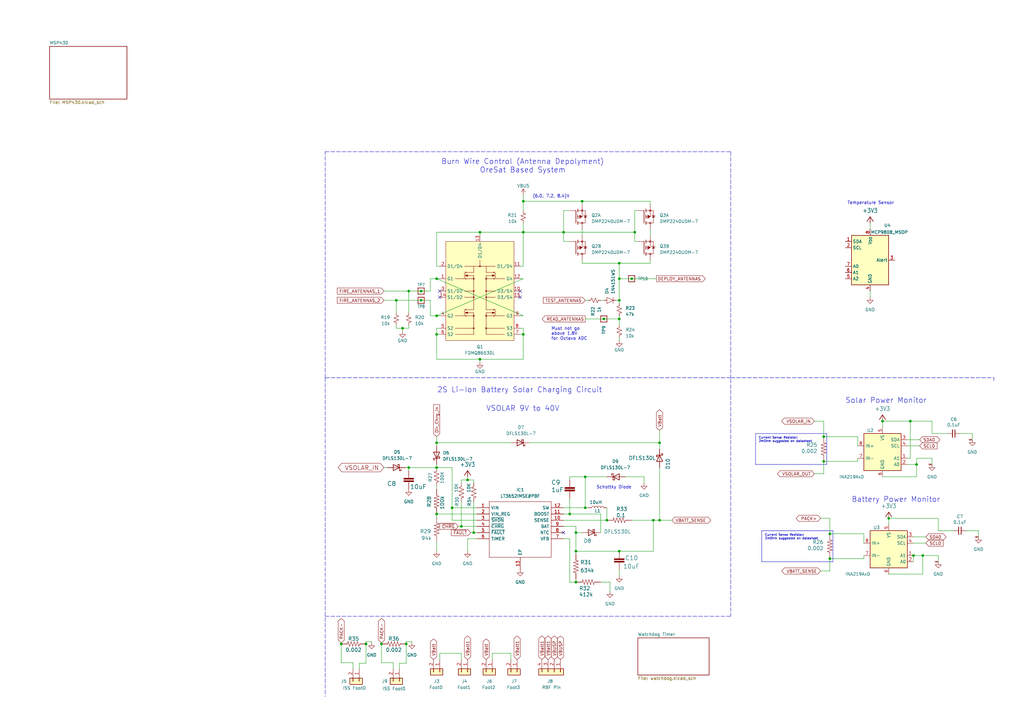
<source format=kicad_sch>
(kicad_sch (version 20250114) (generator "eeschema") (generator_version "9.0")
  (paper "A3")
  (text "2S Li-Ion Battery Solar Charging Circuit" (at 179.324 161.29 0) (effects (font (size 2.159 2.159)) (justify left bottom)))
  (text "Current Sense Resistor:\n2mOhm suggested on datasheet\n" (at 311.15 181.61 0) (effects (font (size 0.889 0.889)) (justify left bottom)))
  (text "Current Sense Resistor:\n2mOhm suggested on datasheet\n" (at 313.69 221.488 0) (effects (font (size 0.889 0.889)) (justify left bottom)))
  (text "Must not go \nabove 1.8V \nfor Octavo ADC" (at 226.06 139.7 0) (effects (font (size 1.27 1.27)) (justify left bottom)))
  (text "Battery Power Monitor" (at 349.25 206.248 0) (effects (font (size 2.159 2.159)) (justify left bottom)))
  (text "Schottky Diode\n" (at 259.08 200.66 0) (effects (font (size 1.27 1.27)) (justify right bottom)))
  (text "VSOLAR 9V to 40V" (at 199.39 168.91 0) (effects (font (size 2.159 2.159)) (justify left bottom)))
  (text "Solar Power Monitor" (at 346.71 165.608 0) (effects (font (size 2.159 2.159)) (justify left bottom)))
  (text "Burn Wire Control (Antenna Depolyment)\nOreSat Based System" (at 214.376 71.12 0) (effects (font (size 2.159 2.159)) (justify bottom)))
  (text "(6.0, 7.2, 8.4)V" (at 218.44 81.28 0) (effects (font (size 1.27 1.27)) (justify left bottom)))
  (text "Temperature Sensor\n" (at 357.124 83.312 0) (effects (font (size 1.27 1.27))))
  (junction (at 167.64 191.77))
  (junction (at 378.46 227.838))
  (junction (at 191.77 196.85))
  (junction (at 236.22 218.44))
  (junction (at 179.07 129.54))
  (junction (at 254 107.95))
  (junction (at 340.36 218.948))
  (junction (at 240.03 208.28))
  (junction (at 375.92 190.5))
  (junction (at 364.49 212.598))
  (junction (at 196.85 147.32))
  (junction (at 172.72 123.19))
  (junction (at 236.22 226.06))
  (junction (at 179.07 114.3))
  (junction (at 373.38 172.72))
  (junction (at 337.82 189.23))
  (junction (at 166.624 264.1092))
  (junction (at 214.63 82.55))
  (junction (at 260.35 95.25))
  (junction (at 374.65 227.838))
  (junction (at 254 123.19))
  (junction (at 185.42 208.28))
  (junction (at 247.65 130.81))
  (junction (at 196.85 95.25))
  (junction (at 189.23 215.9))
  (junction (at 267.97 213.36))
  (junction (at 156.464 264.1092))
  (junction (at 254 130.81))
  (junction (at 165.1 134.62))
  (junction (at 248.92 213.36))
  (junction (at 179.07 181.61))
  (junction (at 254 114.3))
  (junction (at 238.76 82.55))
  (junction (at 236.22 238.76))
  (junction (at 172.72 119.38))
  (junction (at 179.07 210.82))
  (junction (at 231.14 95.25))
  (junction (at 162.56 123.19))
  (junction (at 340.36 229.108))
  (junction (at 139.954 264.1092))
  (junction (at 179.07 191.77))
  (junction (at 270.51 213.36))
  (junction (at 240.03 195.58))
  (junction (at 214.63 95.25))
  (junction (at 214.63 137.16))
  (junction (at 194.31 218.44))
  (junction (at 233.68 210.82))
  (junction (at 167.64 119.38))
  (junction (at 361.95 172.72))
  (junction (at 150.114 264.1092))
  (junction (at 259.08 114.3))
  (junction (at 179.07 137.16))
  (junction (at 254 226.06))
  (junction (at 270.51 181.61))
  (junction (at 337.82 179.07))
  (no_connect (at 213.36 121.92))
  (no_connect (at 231.14 218.44))
  (no_connect (at 180.34 119.38))
  (no_connect (at 180.34 121.92))
  (no_connect (at 213.36 119.38))
  (wire (pts (xy 248.92 208.28) (xy 248.92 213.36)))
  (polyline (pts (xy 312.42 217.678) (xy 341.63 217.678)))
  (wire (pts (xy 334.01 172.72) (xy 337.82 172.72)))
  (wire (pts (xy 213.36 134.62) (xy 214.63 134.62)))
  (wire (pts (xy 270.51 181.61) (xy 270.51 184.15)))
  (wire (pts (xy 236.22 218.44) (xy 236.22 226.06)))
  (wire (pts (xy 378.46 227.838) (xy 384.81 227.838)))
  (wire (pts (xy 176.53 129.54) (xy 179.07 129.54)))
  (wire (pts (xy 196.85 148.59) (xy 196.85 147.32)))
  (wire (pts (xy 172.72 123.19) (xy 176.53 123.19)))
  (wire (pts (xy 162.56 123.19) (xy 162.56 128.27)))
  (wire (pts (xy 266.7 107.95) (xy 254 107.95)))
  (wire (pts (xy 157.48 123.19) (xy 162.56 123.19)))
  (wire (pts (xy 254 123.19) (xy 254 124.46)))
  (wire (pts (xy 240.03 123.19) (xy 241.3 123.19)))
  (wire (pts (xy 254 139.7) (xy 254 138.43)))
  (wire (pts (xy 240.03 130.81) (xy 247.65 130.81)))
  (wire (pts (xy 361.95 172.72) (xy 373.38 172.72)))
  (wire (pts (xy 194.31 198.12) (xy 194.31 196.85)))
  (wire (pts (xy 196.85 147.32) (xy 179.07 147.32)))
  (wire (pts (xy 167.64 134.62) (xy 167.64 133.35)))
  (polyline (pts (xy 299.72 154.94) (xy 133.35 154.94)) (stroke (width 0) (type dash)))
  (wire (pts (xy 179.07 129.54) (xy 214.63 114.3)))
  (wire (pts (xy 246.38 123.19) (xy 247.65 123.19)))
  (wire (pts (xy 364.49 212.598) (xy 384.81 212.598)))
  (wire (pts (xy 250.19 238.76) (xy 250.19 242.57)))
  (wire (pts (xy 179.07 181.61) (xy 179.07 182.88)))
  (wire (pts (xy 150.114 263.144) (xy 150.114 264.1092)))
  (wire (pts (xy 167.64 119.38) (xy 167.64 128.27)))
  (wire (pts (xy 337.82 189.23) (xy 351.79 189.23)))
  (wire (pts (xy 401.32 217.678) (xy 396.24 217.678)))
  (wire (pts (xy 194.31 218.44) (xy 195.58 218.44)))
  (polyline (pts (xy 133.35 154.94) (xy 133.35 62.23)) (stroke (width 0) (type dash)))
  (wire (pts (xy 185.42 213.36) (xy 195.58 213.36)))
  (wire (pts (xy 166.37 191.77) (xy 167.64 191.77)))
  (wire (pts (xy 162.56 123.19) (xy 172.72 123.19)))
  (wire (pts (xy 354.33 218.948) (xy 354.33 222.758)))
  (wire (pts (xy 214.63 129.54) (xy 213.36 129.54)))
  (polyline (pts (xy 309.88 177.8) (xy 339.09 177.8)))
  (wire (pts (xy 246.38 210.82) (xy 233.68 210.82)))
  (wire (pts (xy 236.22 237.49) (xy 236.22 238.76)))
  (wire (pts (xy 351.79 179.07) (xy 351.79 182.88)))
  (wire (pts (xy 364.49 212.598) (xy 364.49 215.138)))
  (wire (pts (xy 165.1 134.62) (xy 167.64 134.62)))
  (wire (pts (xy 254 233.68) (xy 254 236.22)))
  (wire (pts (xy 214.63 114.3) (xy 213.36 114.3)))
  (wire (pts (xy 240.03 208.28) (xy 240.03 195.58)))
  (wire (pts (xy 336.55 212.598) (xy 340.36 212.598)))
  (wire (pts (xy 361.95 172.72) (xy 361.95 175.26)))
  (wire (pts (xy 150.114 272.034) (xy 147.32 272.034)))
  (wire (pts (xy 254 114.3) (xy 254 107.95)))
  (wire (pts (xy 162.56 133.35) (xy 162.56 134.62)))
  (wire (pts (xy 401.32 220.218) (xy 401.32 217.678)))
  (wire (pts (xy 378.46 235.458) (xy 378.46 227.838)))
  (wire (pts (xy 189.23 205.74) (xy 189.23 215.9)))
  (wire (pts (xy 382.27 177.8) (xy 382.27 172.72)))
  (polyline (pts (xy 299.72 155.448) (xy 299.72 252.73)) (stroke (width 0) (type dash)))
  (wire (pts (xy 166.624 264.1092) (xy 166.624 272.034)))
  (wire (pts (xy 179.07 129.54) (xy 180.34 129.54)))
  (wire (pts (xy 374.65 227.838) (xy 374.65 230.378)))
  (wire (pts (xy 267.97 213.36) (xy 270.51 213.36)))
  (wire (pts (xy 340.36 218.948) (xy 354.33 218.948)))
  (wire (pts (xy 179.07 109.22) (xy 179.07 95.25)))
  (wire (pts (xy 240.03 195.58) (xy 248.92 195.58)))
  (wire (pts (xy 191.77 220.98) (xy 191.77 226.06)))
  (wire (pts (xy 166.624 263.144) (xy 168.9354 263.144)))
  (wire (pts (xy 187.96 215.9) (xy 189.23 215.9)))
  (polyline (pts (xy 133.35 62.23) (xy 299.72 62.23)) (stroke (width 0) (type dash)))
  (wire (pts (xy 372.11 190.5) (xy 375.92 190.5)))
  (wire (pts (xy 267.97 226.06) (xy 267.97 213.36)))
  (wire (pts (xy 189.23 215.9) (xy 195.58 215.9)))
  (wire (pts (xy 382.27 177.8) (xy 388.62 177.8)))
  (wire (pts (xy 165.1 135.89) (xy 165.1 134.62)))
  (wire (pts (xy 195.58 220.98) (xy 191.77 220.98)))
  (wire (pts (xy 260.35 95.25) (xy 260.35 86.36)))
  (wire (pts (xy 144.78 274.32) (xy 144.78 271.78)))
  (wire (pts (xy 236.22 215.9) (xy 236.22 218.44)))
  (wire (pts (xy 236.22 226.06) (xy 236.22 227.33)))
  (wire (pts (xy 214.63 95.25) (xy 214.63 109.22)))
  (wire (pts (xy 354.33 229.108) (xy 354.33 227.838)))
  (wire (pts (xy 179.07 137.16) (xy 180.34 137.16)))
  (wire (pts (xy 372.11 182.88) (xy 377.19 182.88)))
  (wire (pts (xy 158.75 191.77) (xy 157.48 191.77)))
  (wire (pts (xy 334.01 194.31) (xy 337.82 194.31)))
  (wire (pts (xy 364.49 235.458) (xy 378.46 235.458)))
  (wire (pts (xy 337.82 179.07) (xy 337.82 172.72)))
  (wire (pts (xy 384.81 230.378) (xy 384.81 227.838)))
  (wire (pts (xy 238.76 107.95) (xy 238.76 106.68)))
  (wire (pts (xy 374.65 220.218) (xy 379.73 220.218)))
  (wire (pts (xy 179.07 114.3) (xy 180.34 114.3)))
  (wire (pts (xy 264.16 195.58) (xy 264.16 198.12)))
  (wire (pts (xy 231.14 208.28) (xy 240.03 208.28)))
  (wire (pts (xy 217.17 181.61) (xy 270.51 181.61)))
  (wire (pts (xy 246.38 238.76) (xy 250.19 238.76)))
  (wire (pts (xy 156.464 263.652) (xy 156.464 264.1092)))
  (wire (pts (xy 259.08 114.3) (xy 254 114.3)))
  (polyline (pts (xy 133.35 154.94) (xy 133.35 285.75)) (stroke (width 0) (type dash)))
  (wire (pts (xy 266.7 93.98) (xy 266.7 96.52)))
  (wire (pts (xy 179.07 190.5) (xy 179.07 191.77)))
  (wire (pts (xy 179.07 210.82) (xy 179.07 212.09)))
  (wire (pts (xy 340.36 218.948) (xy 340.36 212.598)))
  (wire (pts (xy 179.07 95.25) (xy 196.85 95.25)))
  (wire (pts (xy 144.78 271.78) (xy 139.954 271.78)))
  (wire (pts (xy 176.53 123.19) (xy 176.53 129.54)))
  (wire (pts (xy 176.53 114.3) (xy 179.07 114.3)))
  (wire (pts (xy 214.63 147.32) (xy 196.85 147.32)))
  (polyline (pts (xy 299.72 62.23) (xy 299.72 154.94)) (stroke (width 0) (type dash)))
  (wire (pts (xy 194.31 196.85) (xy 191.77 196.85)))
  (wire (pts (xy 196.85 96.52) (xy 196.85 95.25)))
  (wire (pts (xy 167.64 119.38) (xy 172.72 119.38)))
  (wire (pts (xy 375.92 195.58) (xy 375.92 190.5)))
  (wire (pts (xy 179.07 134.62) (xy 179.07 137.16)))
  (wire (pts (xy 214.63 80.01) (xy 214.63 82.55)))
  (wire (pts (xy 185.42 208.28) (xy 195.58 208.28)))
  (wire (pts (xy 236.22 218.44) (xy 238.76 218.44)))
  (wire (pts (xy 150.114 263.144) (xy 152.4254 263.144)))
  (wire (pts (xy 172.72 119.38) (xy 176.53 119.38)))
  (wire (pts (xy 384.81 217.678) (xy 384.81 212.598)))
  (wire (pts (xy 375.92 187.96) (xy 382.27 187.96)))
  (wire (pts (xy 214.63 95.25) (xy 231.14 95.25)))
  (wire (pts (xy 254 129.54) (xy 254 130.81)))
  (wire (pts (xy 176.53 119.38) (xy 176.53 114.3)))
  (wire (pts (xy 189.23 198.12) (xy 189.23 196.85)))
  (wire (pts (xy 162.56 134.62) (xy 165.1 134.62)))
  (polyline (pts (xy 341.63 217.678) (xy 341.63 230.378)))
  (wire (pts (xy 236.22 226.06) (xy 254 226.06)))
  (wire (pts (xy 260.35 99.06) (xy 261.62 99.06)))
  (wire (pts (xy 214.63 91.44) (xy 214.63 95.25)))
  (wire (pts (xy 233.68 238.76) (xy 233.68 220.98)))
  (wire (pts (xy 179.07 114.3) (xy 214.63 129.54)))
  (wire (pts (xy 180.34 134.62) (xy 179.07 134.62)))
  (wire (pts (xy 201.93 270.51) (xy 201.93 267.97)))
  (polyline (pts (xy 133.35 252.73) (xy 299.72 252.73)) (stroke (width 0) (type dash)))
  (wire (pts (xy 270.51 213.36) (xy 275.59 213.36)))
  (wire (pts (xy 374.65 227.838) (xy 378.46 227.838)))
  (wire (pts (xy 270.51 176.53) (xy 270.51 181.61)))
  (polyline (pts (xy 312.42 230.378) (xy 312.42 217.678)))
  (wire (pts (xy 336.55 234.188) (xy 340.36 234.188)))
  (wire (pts (xy 256.54 195.58) (xy 264.16 195.58)))
  (wire (pts (xy 179.07 191.77) (xy 185.42 191.77)))
  (wire (pts (xy 179.07 222.25) (xy 179.07 226.06)))
  (wire (pts (xy 179.07 181.61) (xy 209.55 181.61)))
  (wire (pts (xy 240.03 208.28) (xy 241.3 208.28)))
  (wire (pts (xy 252.73 123.19) (xy 254 123.19)))
  (wire (pts (xy 193.04 218.44) (xy 194.31 218.44)))
  (wire (pts (xy 196.85 95.25) (xy 214.63 95.25)))
  (wire (pts (xy 185.42 191.77) (xy 185.42 208.28)))
  (wire (pts (xy 166.624 263.144) (xy 166.624 264.1092)))
  (wire (pts (xy 147.32 274.32) (xy 147.32 272.034)))
  (wire (pts (xy 180.34 270.51) (xy 180.34 267.97)))
  (wire (pts (xy 233.68 195.58) (xy 233.68 196.85)))
  (wire (pts (xy 231.14 99.06) (xy 233.68 99.06)))
  (wire (pts (xy 180.34 267.97) (xy 189.23 267.97)))
  (wire (pts (xy 247.65 130.81) (xy 254 130.81)))
  (wire (pts (xy 337.82 189.23) (xy 337.82 194.31)))
  (wire (pts (xy 231.14 86.36) (xy 233.68 86.36)))
  (wire (pts (xy 254 226.06) (xy 267.97 226.06)))
  (wire (pts (xy 163.83 274.32) (xy 163.83 272.034)))
  (wire (pts (xy 180.34 109.22) (xy 179.07 109.22)))
  (wire (pts (xy 191.77 196.85) (xy 189.23 196.85)))
  (wire (pts (xy 209.55 267.97) (xy 209.55 270.51)))
  (wire (pts (xy 238.76 82.55) (xy 266.7 82.55)))
  (wire (pts (xy 384.81 217.678) (xy 391.16 217.678)))
  (polyline (pts (xy 407.67 154.94) (xy 407.67 156.21)))
  (wire (pts (xy 161.29 271.78) (xy 156.464 271.78)))
  (wire (pts (xy 373.38 187.96) (xy 373.38 172.72)))
  (wire (pts (xy 373.38 172.72) (xy 382.27 172.72)))
  (wire (pts (xy 231.14 95.25) (xy 231.14 99.06)))
  (wire (pts (xy 214.63 82.55) (xy 214.63 86.36)))
  (wire (pts (xy 372.11 180.34) (xy 377.19 180.34)))
  (wire (pts (xy 214.63 134.62) (xy 214.63 137.16)))
  (wire (pts (xy 398.78 177.8) (xy 393.7 177.8)))
  (wire (pts (xy 233.68 220.98) (xy 231.14 220.98)))
  (wire (pts (xy 267.97 213.36) (xy 259.08 213.36)))
  (wire (pts (xy 233.68 210.82) (xy 231.14 210.82)))
  (wire (pts (xy 260.35 95.25) (xy 260.35 99.06)))
  (wire (pts (xy 270.51 191.77) (xy 270.51 213.36)))
  (wire (pts (xy 356.87 91.44) (xy 356.87 93.98)))
  (wire (pts (xy 167.64 191.77) (xy 179.07 191.77)))
  (wire (pts (xy 185.42 208.28) (xy 185.42 213.36)))
  (wire (pts (xy 231.14 213.36) (xy 248.92 213.36)))
  (wire (pts (xy 382.27 190.5) (xy 382.27 187.96)))
  (wire (pts (xy 236.22 238.76) (xy 233.68 238.76)))
  (wire (pts (xy 157.48 119.38) (xy 167.64 119.38)))
  (wire (pts (xy 214.63 109.22) (xy 213.36 109.22)))
  (wire (pts (xy 168.9354 263.5758) (xy 168.9354 263.144)))
  (wire (pts (xy 139.954 263.652) (xy 139.954 264.1092)))
  (wire (pts (xy 254 107.95) (xy 238.76 107.95)))
  (wire (pts (xy 231.14 215.9) (xy 236.22 215.9)))
  (polyline (pts (xy 339.09 190.5) (xy 309.88 190.5)))
  (wire (pts (xy 201.93 267.97) (xy 209.55 267.97)))
  (wire (pts (xy 179.07 147.32) (xy 179.07 137.16)))
  (wire (pts (xy 194.31 205.74) (xy 194.31 218.44)))
  (wire (pts (xy 260.35 86.36) (xy 261.62 86.36)))
  (wire (pts (xy 254 130.81) (xy 254 133.35)))
  (wire (pts (xy 156.464 264.1092) (xy 156.464 271.78)))
  (wire (pts (xy 167.64 193.04) (xy 167.64 191.77)))
  (wire (pts (xy 351.79 189.23) (xy 351.79 187.96)))
  (wire (pts (xy 238.76 82.55) (xy 238.76 83.82)))
  (wire (pts (xy 340.36 229.108) (xy 354.33 229.108)))
  (wire (pts (xy 150.114 264.1092) (xy 150.114 272.034)))
  (wire (pts (xy 259.08 114.3) (xy 269.24 114.3)))
  (wire (pts (xy 254 123.19) (xy 254 114.3)))
  (wire (pts (xy 375.92 190.5) (xy 375.92 187.96)))
  (wire (pts (xy 240.03 195.58) (xy 233.68 195.58)))
  (polyline (pts (xy 299.72 154.94) (xy 407.67 154.94)) (stroke (width 0) (type dash)))
  (wire (pts (xy 337.82 179.07) (xy 351.79 179.07)))
  (wire (pts (xy 189.23 267.97) (xy 189.23 270.51)))
  (wire (pts (xy 246.38 210.82) (xy 246.38 218.44)))
  (wire (pts (xy 266.7 82.55) (xy 266.7 83.82)))
  (wire (pts (xy 266.7 106.68) (xy 266.7 107.95)))
  (wire (pts (xy 238.76 93.98) (xy 238.76 96.52)))
  (wire (pts (xy 166.624 272.034) (xy 163.83 272.034)))
  (wire (pts (xy 139.954 264.1092) (xy 139.954 271.78)))
  (polyline (pts (xy 309.88 190.5) (xy 309.88 177.8)))
  (wire (pts (xy 179.07 179.07) (xy 179.07 181.61)))
  (wire (pts (xy 231.14 95.25) (xy 231.14 86.36)))
  (wire (pts (xy 398.78 180.34) (xy 398.78 177.8)))
  (wire (pts (xy 191.77 195.58) (xy 191.77 196.85)))
  (polyline (pts (xy 341.63 230.378) (xy 312.42 230.378)))
  (polyline (pts (xy 339.09 177.8) (xy 339.09 190.5)))
  (wire (pts (xy 233.68 204.47) (xy 233.68 210.82)))
  (wire (pts (xy 161.29 274.32) (xy 161.29 271.78)))
  (wire (pts (xy 214.63 137.16) (xy 214.63 147.32)))
  (wire (pts (xy 179.07 210.82) (xy 195.58 210.82)))
  (wire (pts (xy 214.63 137.16) (xy 213.36 137.16)))
  (wire (pts (xy 356.87 119.38) (xy 356.87 121.92)))
  (wire (pts (xy 372.11 187.96) (xy 373.38 187.96)))
  (wire (pts (xy 374.65 222.758) (xy 379.73 222.758)))
  (wire (pts (xy 152.4254 263.5758) (xy 152.4254 263.144)))
  (wire (pts (xy 214.63 82.55) (xy 238.76 82.55)))
  (wire (pts (xy 179.07 199.39) (xy 179.07 200.66)))
  (wire (pts (xy 231.14 95.25) (xy 260.35 95.25)))
  (wire (pts (xy 361.95 195.58) (xy 375.92 195.58)))
  (wire (pts (xy 340.36 229.108) (xy 340.36 234.188)))
  (global_label "GND" (shape bidirectional) (at 401.32 220.218 180) (effects (font (size 0.254 0.254))) (property "Intersheetrefs" "${INTERSHEET_REFS}" (effects (hide yes))))
  (global_label "VBatt" (shape bidirectional) (at 270.51 176.53 90) (property "Intersheetrefs" "${INTERSHEET_REFS}" (effects (hide yes))))
  (global_label "SCL0" (shape input) (at 377.19 182.88 0) (property "Intersheetrefs" "${INTERSHEET_REFS}" (effects (hide yes))))
  (global_label "Dir_Chrg_In" (shape input) (at 179.07 179.07 90) (property "Intersheetrefs" "${INTERSHEET_REFS}" (effects (hide yes))))
  (global_label "PACK-" (shape bidirectional) (at 139.954 263.652 90) (property "Intersheetrefs" "${INTERSHEET_REFS}" (effects (hide yes))))
  (global_label "VSOLAR_IN" (shape bidirectional) (at 157.48 191.77 180) (effects (font (size 1.778 1.778))) (property "Intersheetrefs" "${INTERSHEET_REFS}" (effects (hide yes))))
  (global_label "VBATT_SENSE" (shape bidirectional) (at 275.59 213.36 0) (property "Intersheetrefs" "${INTERSHEET_REFS}" (effects (hide yes))))
  (global_label "VBatt1" (shape bidirectional) (at 191.77 270.51 90) (property "Intersheetrefs" "${INTERSHEET_REFS}" (effects (hide yes))))
  (global_label "SCL0" (shape input) (at 379.73 222.758 0) (property "Intersheetrefs" "${INTERSHEET_REFS}" (effects (hide yes))))
  (global_label "GND" (shape bidirectional) (at 384.81 230.378 180) (effects (font (size 0.254 0.254))) (property "Intersheetrefs" "${INTERSHEET_REFS}" (effects (hide yes))))
  (global_label "SDA0" (shape bidirectional) (at 377.19 180.34 0) (property "Intersheetrefs" "${INTERSHEET_REFS}" (effects (hide yes))))
  (global_label "~{FAULT}" (shape input) (at 193.04 218.44 180) (property "Intersheetrefs" "${INTERSHEET_REFS}" (effects (hide yes))))
  (global_label "DEPLOY_ANTENNAS" (shape output) (at 269.24 114.3 0) (property "Intersheetrefs" "${INTERSHEET_REFS}" (effects (hide yes))))
  (global_label "VBUSP" (shape bidirectional) (at 229.87 270.51 90) (property "Intersheetrefs" "${INTERSHEET_REFS}" (effects (hide yes))))
  (global_label "VBatt1" (shape bidirectional) (at 212.09 270.51 90) (property "Intersheetrefs" "${INTERSHEET_REFS}" (effects (hide yes))))
  (global_label "FIRE_ANTENNAS_1" (shape input) (at 157.48 119.38 180) (property "Intersheetrefs" "${INTERSHEET_REFS}" (effects (hide yes))))
  (global_label "VBatt1" (shape bidirectional) (at 222.25 270.51 90) (property "Intersheetrefs" "${INTERSHEET_REFS}" (effects (hide yes))))
  (global_label "VBatt" (shape bidirectional) (at 199.39 270.51 90) (property "Intersheetrefs" "${INTERSHEET_REFS}" (effects (hide yes))))
  (global_label "SDA0" (shape bidirectional) (at 379.73 220.218 0) (property "Intersheetrefs" "${INTERSHEET_REFS}" (effects (hide yes))))
  (global_label "PACK-" (shape bidirectional) (at 156.464 263.652 90) (property "Intersheetrefs" "${INTERSHEET_REFS}" (effects (hide yes))))
  (global_label "VSOLAR_OUT" (shape bidirectional) (at 334.01 194.31 180) (property "Intersheetrefs" "${INTERSHEET_REFS}" (effects (hide yes))))
  (global_label "READ_ANTENNAS" (shape output) (at 240.03 130.81 180) (property "Intersheetrefs" "${INTERSHEET_REFS}" (effects (hide yes))))
  (global_label "VBatt" (shape bidirectional) (at 177.8 270.51 90) (property "Intersheetrefs" "${INTERSHEET_REFS}" (effects (hide yes))))
  (global_label "VBatt1" (shape bidirectional) (at 224.79 270.51 90) (property "Intersheetrefs" "${INTERSHEET_REFS}" (effects (hide yes))))
  (global_label "VBATT_SENSE" (shape bidirectional) (at 336.55 234.188 180) (property "Intersheetrefs" "${INTERSHEET_REFS}" (effects (hide yes))))
  (global_label "PACK+" (shape bidirectional) (at 336.55 212.598 180) (property "Intersheetrefs" "${INTERSHEET_REFS}" (effects (hide yes))))
  (global_label "FIRE_ANTENNAS_2" (shape input) (at 157.48 123.19 180) (property "Intersheetrefs" "${INTERSHEET_REFS}" (effects (hide yes))))
  (global_label "VSOLAR_IN" (shape bidirectional) (at 334.01 172.72 180) (property "Intersheetrefs" "${INTERSHEET_REFS}" (effects (hide yes))))
  (global_label "~{CHRG}" (shape input) (at 187.96 215.9 180) (property "Intersheetrefs" "${INTERSHEET_REFS}" (effects (hide yes))))
  (global_label "GND" (shape bidirectional) (at 382.27 190.5 180) (effects (font (size 0.254 0.254))) (property "Intersheetrefs" "${INTERSHEET_REFS}" (effects (hide yes))))
  (global_label "VBUSP" (shape bidirectional) (at 227.33 270.51 90) (property "Intersheetrefs" "${INTERSHEET_REFS}" (effects (hide yes))))
  (global_label "GND" (shape bidirectional) (at 398.78 180.34 180) (effects (font (size 0.254 0.254))) (property "Intersheetrefs" "${INTERSHEET_REFS}" (effects (hide yes))))
  (global_label "TEST_ANTENNAS" (shape input) (at 240.03 123.19 180) (property "Intersheetrefs" "${INTERSHEET_REFS}" (effects (hide yes))))
  (symbol (lib_id "power:GND") (at 191.77 226.06 0) (unit 1)
    (property "Reference" "#PWR024" (effects (hide yes)))
    (property "Value" "GND" (at 191.77 231.14 0))
  )
  (symbol (lib_id "Connector_Generic:Conn_01x02") (at 147.32 279.4 270) (unit 1)
    (property "Reference" "J5" (at 142.24 279.4 90) (effects (justify right)))
    (property "Value" "ISS Foot0" (at 150.114 282.194 90) (effects (justify right)))
    (property "Footprint" "Battery Board:MOLEX_504050-0291" (effects (hide yes)))
  )
  (symbol (lib_id "power:GND") (at 196.85 148.59 0) (unit 1)
    (property "Reference" "#PWR015" (effects (hide yes)))
    (property "Value" "GND" (at 196.85 152.4 0))
    (property "Description" "Power symbol creates a global label with name \"GND\" , ground" (effects (hide yes)))
  )
  (symbol (lib_id "power:GND") (at 167.64 200.66 0) (unit 1)
    (property "Reference" "#PWR022" (effects (hide yes)))
    (property "Value" "GND" (at 167.64 205.74 0))
  )
  (symbol (lib_id "mainboard:R-US_R0603") (at 179.07 217.17 90) (unit 1)
    (property "Reference" "R29" (at 172.212 217.932 90) (effects (font (size 1.4986 1.4986)) (justify right)))
    (property "Value" "94k" (at 172.72 220.726 90) (effects (font (size 1.4986 1.4986)) (justify right)))
    (property "Footprint" "Resistor_SMD:R_0603_1608Metric" (effects (hide yes)))
    (property "Description" "787K 0603" (effects (hide yes)))
  )
  (symbol (lib_id "power:GND") (at 254 139.7 0) (unit 1)
    (property "Reference" "#PWR017" (effects (hide yes)))
    (property "Value" "GND" (at 254 143.51 0))
    (property "Description" "Power symbol creates a global label with name \"GND\" , ground" (effects (hide yes)))
  )
  (symbol (lib_id "mainboard:10UF-0603-6.3V-20%") (at 167.64 198.12 0) (unit 1)
    (property "Reference" "C8" (at 158.75 199.39 0) (effects (font (size 1.778 1.778)) (justify left bottom)))
    (property "Value" "10uF" (at 168.148 200.66 0) (effects (font (size 1.778 1.778)) (justify left bottom)))
    (property "Footprint" "Capacitor_SMD:C_0603_1608Metric" (effects (hide yes)))
    (property "Description" "10uF +-20% 10V X5R" (effects (hide yes)))
  )
  (symbol (lib_id "Device:R_US") (at 189.23 201.93 0) (mirror y) (unit 1)
    (property "Reference" "R30" (at 187.452 203.708 90) (effects (justify right)))
    (property "Value" "10K" (at 187.198 198.12 90) (effects (justify right)))
    (property "Footprint" "Resistor_SMD:R_0603_1608Metric" (effects (hide yes)))
    (property "Description" "100K 0603" (effects (hide yes)))
  )
  (symbol (lib_id "Device:R_US") (at 179.07 195.58 0) (mirror y) (unit 1)
    (property "Reference" "R27" (at 176.53 193.802 90) (effects (justify right)))
    (property "Value" "100K" (at 181.356 193.294 90) (effects (justify right)))
    (property "Footprint" "Resistor_SMD:R_0603_1608Metric" (effects (hide yes)))
    (property "Description" "200K 0603" (effects (hide yes)))
  )
  (symbol (lib_id "Connector_Generic:Conn_01x04") (at 227.33 275.59 270) (unit 1)
    (property "Reference" "J8" (at 226.822 279.4 90) (effects (justify right)))
    (property "Value" "RBF Pin" (at 230.124 281.94 90) (effects (justify right)))
    (property "Footprint" "Battery Board:MOLEX_504050-0291" (effects (hide yes)))
    (property "Description" "Generic connector, single row, 01x04, script generated (kicad-library-utils/schlib/autogen/connector/)" (effects (hide yes)))
  )
  (symbol (lib_id "power:GND") (at 264.16 198.12 0) (unit 1)
    (property "Reference" "#PWR028" (effects (hide yes)))
    (property "Value" "GND" (at 264.16 203.2 0))
  )
  (symbol (lib_id "Connector_Generic:Conn_01x02") (at 201.93 275.59 270) (unit 1)
    (property "Reference" "J6" (at 201.93 279.4 90) (effects (justify right)))
    (property "Value" "Foot2" (at 203.2 281.94 90) (effects (justify right)))
    (property "Footprint" "Battery Board:MOLEX_504050-0291" (effects (hide yes)))
  )
  (symbol (lib_id "power:GND") (at 384.81 230.378 0) (unit 1)
    (property "Reference" "#PWR019" (effects (hide yes)))
    (property "Value" "GND" (at 384.81 235.458 0))
  )
  (symbol (lib_id "Adafruit ItsyBitsy RP2040-eagle-import:+3V3") (at 364.49 210.058 0) (unit 1)
    (property "Reference" "#+3V02" (effects (hide yes)))
    (property "Value" "+3V3" (at 364.49 207.518 0) (effects (font (size 1.778 1.5113))))
    (property "Footprint" "Adafruit ItsyBitsy RP2040:" (effects (hide yes)))
  )
  (symbol (lib_id "power:GND") (at 401.32 220.218 0) (unit 1)
    (property "Reference" "#PWR021" (effects (hide yes)))
    (property "Value" "GND" (at 401.32 225.298 0))
  )
  (symbol (lib_id "Analog_ADC:INA219AxD") (at 361.95 185.42 0) (unit 1)
    (property "Reference" "U2" (at 355.6 176.53 0) (effects (justify left)))
    (property "Value" "INA219AxD" (at 344.17 195.58 0) (effects (justify left)))
    (property "Footprint" "Package_SO:SOIC-8_3.9x4.9mm_P1.27mm" (effects (hide yes)))
    (property "Datasheet" "http://www.ti.com/lit/ds/symlink/ina219.pdf" (effects (hide yes)))
  )
  (symbol (lib_id "mainboard:10UF-0603-6.3V-20%") (at 233.68 201.93 0) (unit 1)
    (property "Reference" "C9" (at 226.06 198.882 0) (effects (font (size 1.778 1.778)) (justify left bottom)))
    (property "Value" "1uF" (at 226.06 201.93 0) (effects (font (size 1.778 1.778)) (justify left bottom)))
    (property "Footprint" "Capacitor_SMD:C_0603_1608Metric" (effects (hide yes)))
    (property "Description" "10uF +-20% 10V X5R" (effects (hide yes)))
  )
  (symbol (lib_id "Device:R_Small_US") (at 167.64 130.81 0) (mirror y) (unit 1)
    (property "Reference" "R20" (at 170.18 130.175 0) (effects (justify right)))
    (property "Value" "10k" (at 170.18 132.715 0) (effects (justify right)))
    (property "Footprint" "Resistor_SMD:R_0603_1608Metric" (effects (hide yes)))
    (property "Description" "10 kOhms ±1% 0.1W, 1/10W Chip Resistor 0603 (1608 Metric) Automotive AEC-Q200 Thick Film" (effects (hide yes)))
    (property "DPN" "RMCF0603FT10K0CT-ND" (effects (hide yes)))
    (property "DST" "Digi-Key" (effects (hide yes)))
    (property "MFR" "Stackpole Electronics Inc" (effects (hide yes)))
    (property "MPN" "RMCF0603FT10K0" (effects (hide yes)))
  )
  (symbol (lib_id "Adafruit ItsyBitsy RP2040-eagle-import:+3V3") (at 361.95 170.18 0) (unit 1)
    (property "Reference" "#+3V01" (effects (hide yes)))
    (property "Value" "+3V3" (at 361.95 167.64 0) (effects (font (size 1.778 1.5113))))
    (property "Footprint" "Adafruit ItsyBitsy RP2040:" (effects (hide yes)))
  )
  (symbol (lib_id "oresat-diodes:1N4151WS-HE3") (at 250.19 123.19 0) (unit 1)
    (property "Reference" "D4" (at 248.92 120.65 90) (effects (justify left)))
    (property "Value" "1N4151WS" (at 251.46 120.65 90) (effects (justify left)))
    (property "Footprint" "Diode_SMD:D_SOD-323" (effects (hide yes)))
    (property "Datasheet" "https://www.vishay.com/docs/85847/1n4151ws.pdf" (effects (hide yes)))
    (property "Description" "Diode Standard 50V 150mA Surface Mount SOD-323" (effects (hide yes)))
    (property "DPN" "112-1N4151WS-E3-08CT-ND" (effects (hide yes)))
    (property "DST" "Digi-Key" (effects (hide yes)))
    (property "MFR" "Vishay" (effects (hide yes)))
    (property "MPN" "1N4151WS-E3-08" (effects (hide yes)))
  )
  (symbol (lib_id "Device:R_US") (at 194.31 201.93 0) (mirror y) (unit 1)
    (property "Reference" "R34" (at 192.532 203.708 90) (effects (justify right)))
    (property "Value" "10K" (at 192.278 198.12 90) (effects (justify right)))
    (property "Footprint" "Resistor_SMD:R_0603_1608Metric" (effects (hide yes)))
    (property "Description" "100K 0603" (effects (hide yes)))
  )
  (symbol (lib_id "Connector_Generic:Conn_01x02") (at 191.77 275.59 270) (unit 1)
    (property "Reference" "J4" (at 191.77 279.4 90) (effects (justify right)))
    (property "Value" "Foot1" (at 193.04 281.94 90) (effects (justify right)))
    (property "Footprint" "Battery Board:MOLEX_504050-0291" (effects (hide yes)))
  )
  (symbol (lib_id "oresat-transistors:DMP2240UDM-7") (at 236.22 88.9 0) (unit 1)
    (property "Reference" "Q2" (at 242.57 88.265 0) (effects (justify left)))
    (property "Value" "DMP2240UDM-7" (at 242.57 90.805 0) (effects (justify left)))
    (property "Footprint" "Package_TO_SOT_SMD:SOT-23-6" (effects (hide yes)))
    (property "Datasheet" "https://www.diodes.com/assets/Datasheets/ds31197.pdf" (effects (hide yes)))
    (property "Description" "Mosfet Array 2 P-Channel (Dual) 20V 2A 600mW Surface Mount SOT-26" (effects (hide yes)))
    (property "DPN" "DMP2240UDMDICT-ND" (effects (hide yes)))
    (property "DST" "Digi-Key" (effects (hide yes)))
    (property "MFR" "Diodes Inc" (effects (hide yes)))
    (property "MPN" "DMP2240UDM-7" (effects (hide yes)))
  )
  (symbol (lib_id "Connector_Generic:Conn_01x02") (at 163.83 279.4 270) (unit 1)
    (property "Reference" "J9" (at 159.004 279.4 90) (effects (justify right)))
    (property "Value" "ISS Foot0" (at 166.37 282.448 90) (effects (justify right)))
    (property "Footprint" "Battery Board:MOLEX_504050-0291" (effects (hide yes)))
  )
  (symbol (lib_id "mainboard:R-US_R2512") (at 340.36 224.028 90) (unit 1)
    (property "Reference" "R26" (at 337.82 221.488 90) (effects (font (size 1.4986 1.4986)) (justify left bottom)))
    (property "Value" "0.002" (at 337.82 224.028 90) (effects (font (size 1.4986 1.4986)) (justify left bottom)))
    (property "Footprint" "Resistor_SMD:R_2512_6332Metric" (effects (hide yes)))
    (property "Description" "0.1 1% 2W 2512" (effects (hide yes)))
  )
  (symbol (lib_id "oresat-misc:Test-Point-1mm-round") (at 259.08 114.3 270) (unit 1) (exclude_from_sim yes) (in_bom no)
    (property "Reference" "TP10" (at 261.62 114.3 90) (effects (font (size 1.27 1.0795)) (justify left)))
    (property "Value" "Test-Point" (effects (hide yes)))
    (property "Footprint" "oresat-misc:TestPoint_Pad_D1.0mm" (effects (hide yes)))
    (property "Description" "1mm round SMT test point" (effects (hide yes)))
  )
  (symbol (lib_id "oresat-misc:Test-Point-1mm-round") (at 247.65 130.81 90) (unit 1) (exclude_from_sim yes) (in_bom no)
    (property "Reference" "TP9" (at 247.65 137.16 0) (effects (justify left)))
    (property "Value" "Test-Point" (effects (hide yes)))
    (property "Footprint" "oresat-misc:TestPoint_Pad_D1.0mm" (effects (hide yes)))
    (property "Description" "1mm round SMT test point" (effects (hide yes)))
  )
  (symbol (lib_id "Device:C_Small") (at 391.16 177.8 270) (unit 1)
    (property "Reference" "C6" (at 391.16 171.9834 90))
    (property "Value" "0.1uF" (at 391.16 174.2948 90))
    (property "Footprint" "Capacitor_SMD:C_0603_1608Metric" (effects (hide yes)))
    (property "Description" "3.3nF +-10% 100V X7R 0603" (effects (hide yes)))
  )
  (symbol (lib_id "power:GND") (at 165.1 135.89 0) (unit 1)
    (property "Reference" "#PWR014" (effects (hide yes)))
    (property "Value" "GND" (at 165.1 139.7 0))
    (property "Description" "Power symbol creates a global label with name \"GND\" , ground" (effects (hide yes)))
  )
  (symbol (lib_id "power:VBUS") (at 214.63 80.01 0) (unit 1)
    (property "Reference" "#PWR016" (effects (hide yes)))
    (property "Value" "VBUS" (at 214.63 76.2 0))
    (property "Description" "Power symbol creates a global label with name \"VBUS\"" (effects (hide yes)))
  )
  (symbol (lib_id "Device:D_Schottky") (at 270.51 187.96 270) (unit 1)
    (property "Reference" "D10" (at 273.05 187.96 0) (effects (font (size 1.4986 1.4986)) (justify left bottom)))
    (property "Value" "DFLS130L" (at 257.81 188.722 90) (effects (font (size 1.4986 1.4986)) (justify left bottom)))
    (property "Footprint" "Diode_SMD:D_PowerDI-123" (effects (hide yes)))
    (property "Description" "Schottky diode" (effects (hide yes)))
    (property "Flight" "DFLS130L-7" (effects (hide yes)))
    (property "Manufacturer_Name" "Diodes Incorporated" (effects (hide yes)))
    (property "Manufacturer_Part_Number" "DFLS130L-7" (effects (hide yes)))
    (property "Proto" "DFLS130L" (effects (hide yes)))
    (property "DNI" "DNI" (effects (hide yes)))
  )
  (symbol (lib_id "Device:D_Schottky") (at 252.73 195.58 0) (unit 1)
    (property "Reference" "D9" (at 252.4125 189.23 0))
    (property "Value" "DFLS130L-7" (at 252.4125 191.77 0))
    (property "Footprint" "Diode_SMD:D_PowerDI-123" (effects (hide yes)))
  )
  (symbol (lib_id "oresat-transistors:DMP2240UDM-7") (at 236.22 101.6 0) (unit 2)
    (property "Reference" "Q2" (at 242.57 100.965 0) (effects (justify left)))
    (property "Value" "DMP2240UDM-7" (at 242.57 103.505 0) (effects (justify left)))
    (property "Footprint" "Package_TO_SOT_SMD:SOT-23-6" (effects (hide yes)))
    (property "Datasheet" "https://www.diodes.com/assets/Datasheets/ds31197.pdf" (effects (hide yes)))
    (property "Description" "Mosfet Array 2 P-Channel (Dual) 20V 2A 600mW Surface Mount SOT-26" (effects (hide yes)))
    (property "DPN" "DMP2240UDMDICT-ND" (effects (hide yes)))
    (property "DST" "Digi-Key" (effects (hide yes)))
    (property "MFR" "Diodes Inc" (effects (hide yes)))
    (property "MPN" "DMP2240UDM-7" (effects (hide yes)))
  )
  (symbol (lib_id "Device:C_Small") (at 393.7 217.678 270) (unit 1)
    (property "Reference" "C7" (at 393.7 211.8614 90))
    (property "Value" "0.1uF" (at 393.7 214.1728 90))
    (property "Footprint" "Capacitor_SMD:C_0603_1608Metric" (effects (hide yes)))
    (property "Description" "3.3nF +-10% 100V X7R 0603" (effects (hide yes)))
  )
  (symbol (lib_id "mainboard:R-US_R0603") (at 179.07 205.74 270) (unit 1)
    (property "Reference" "R28" (at 176.022 208.026 0) (effects (font (size 1.4986 1.4986)) (justify right)))
    (property "Value" "100k" (at 181.356 209.042 0) (effects (font (size 1.4986 1.4986)) (justify right)))
    (property "Footprint" "Resistor_SMD:R_0603_1608Metric" (effects (hide yes)))
    (property "Description" "787K 0603" (effects (hide yes)))
  )
  (symbol (lib_id "Device:R_Small_US") (at 214.63 88.9 0) (unit 1)
    (property "Reference" "R21" (at 212.09 88.265 0) (effects (justify right)))
    (property "Value" "10k" (at 212.09 90.805 0) (effects (justify right)))
    (property "Footprint" "Resistor_SMD:R_0603_1608Metric" (effects (hide yes)))
    (property "Description" "10 kOhms ±1% 0.1W, 1/10W Chip Resistor 0603 (1608 Metric) Automotive AEC-Q200 Thick Film" (effects (hide yes)))
    (property "DPN" "RMCF0603FT10K0CT-ND" (effects (hide yes)))
    (property "DST" "Digi-Key" (effects (hide yes)))
    (property "MFR" "Stackpole Electronics Inc" (effects (hide yes)))
    (property "MPN" "RMCF0603FT10K0" (effects (hide yes)))
  )
  (symbol (lib_id "Sensor_Temperature:MCP9808_MSOP") (at 356.87 106.68 0) (unit 1)
    (property "Reference" "U4" (at 363.982 92.456 0))
    (property "Value" "MCP9808_MSOP" (at 364.744 95.25 0))
    (property "Footprint" "Package_SO:MSOP-8_3x3mm_P0.65mm" (effects (hide yes)))
    (property "Datasheet" "http://ww1.microchip.com/downloads/en/DeviceDoc/22203b.pdf" (effects (hide yes)))
    (property "Description" "+/-0.25C (+/-0.5C) Typical (Maximum), Digital Temperature Sensor, MSOP-8" (effects (hide yes)))
  )
  (symbol (lib_id "power:GND") (at 398.78 180.34 0) (unit 1)
    (property "Reference" "#PWR020" (effects (hide yes)))
    (property "Value" "GND" (at 398.78 185.42 0))
  )
  (symbol (lib_id "Adafruit ItsyBitsy RP2040-eagle-import:+3V3") (at 191.77 193.04 0) (unit 1)
    (property "Reference" "#+3V03" (effects (hide yes)))
    (property "Value" "+3V3" (at 191.77 190.5 0) (effects (font (size 1.778 1.5113))))
    (property "Footprint" "Adafruit ItsyBitsy RP2040:" (effects (hide yes)))
  )
  (symbol (lib_id "mainboard:R-US_R2512") (at 145.034 264.1092 180) (unit 1)
    (property "Reference" "R35" (at 147.32 261.112 0) (effects (font (size 1.4986 1.4986)) (justify left bottom)))
    (property "Value" "0.002" (at 148.336 265.684 0) (effects (font (size 1.4986 1.4986)) (justify left bottom)))
    (property "Footprint" "Resistor_SMD:R_2512_6332Metric" (effects (hide yes)))
    (property "Description" "0.1 1% 2W 2512" (effects (hide yes)))
  )
  (symbol (lib_id "Analog_ADC:INA219AxD") (at 364.49 225.298 0) (unit 1)
    (property "Reference" "U3" (at 358.14 216.408 0) (effects (justify left)))
    (property "Value" "INA219AxD" (at 346.71 235.458 0) (effects (justify left)))
    (property "Footprint" "Package_SO:SOIC-8_3.9x4.9mm_P1.27mm" (effects (hide yes)))
    (property "Datasheet" "http://www.ti.com/lit/ds/symlink/ina219.pdf" (effects (hide yes)))
  )
  (symbol (lib_id "mainboard:R-US_R0603") (at 254 213.36 180) (unit 1)
    (property "Reference" "R33" (at 252.73 208.788 0) (effects (font (size 1.4986 1.4986)) (justify right)))
    (property "Value" "0.1" (at 252.73 211.328 0) (effects (font (size 1.4986 1.4986)) (justify right)))
    (property "Footprint" "Resistor_SMD:R_2512_6332Metric" (effects (hide yes)))
    (property "Description" "787K 0603" (effects (hide yes)))
  )
  (symbol (lib_id "power:GND") (at 382.27 190.5 0) (unit 1)
    (property "Reference" "#PWR018" (effects (hide yes)))
    (property "Value" "GND" (at 382.27 195.58 0))
  )
  (symbol (lib_id "Device:R_Small_US") (at 162.56 130.81 0) (unit 1)
    (property "Reference" "R19" (at 160.02 130.175 0) (effects (justify right)))
    (property "Value" "10k" (at 160.02 132.715 0) (effects (justify right)))
    (property "Footprint" "Resistor_SMD:R_0603_1608Metric" (effects (hide yes)))
    (property "Description" "10 kOhms ±1% 0.1W, 1/10W Chip Resistor 0603 (1608 Metric) Automotive AEC-Q200 Thick Film" (effects (hide yes)))
    (property "DPN" "RMCF0603FT10K0CT-ND" (effects (hide yes)))
    (property "DST" "Digi-Key" (effects (hide yes)))
    (property "MFR" "Stackpole Electronics Inc" (effects (hide yes)))
    (property "MPN" "RMCF0603FT10K0" (effects (hide yes)))
  )
  (symbol (lib_id "Device:D_Schottky") (at 162.56 191.77 180) (unit 1)
    (property "Reference" "D5" (at 162.8775 185.42 0))
    (property "Value" "DFLS130L-7" (at 162.8775 187.96 0))
    (property "Footprint" "Diode_SMD:D_PowerDI-123" (effects (hide yes)))
  )
  (symbol (lib_id "Device:D_Schottky") (at 213.36 181.61 180) (unit 1)
    (property "Reference" "D7" (at 213.6775 175.26 0))
    (property "Value" "DFLS130L-7" (at 213.6775 177.8 0))
    (property "Footprint" "Diode_SMD:D_PowerDI-123" (effects (hide yes)))
  )
  (symbol (lib_id "mainboard:10UF-0603-6.3V-20%") (at 254 231.14 0) (unit 1)
    (property "Reference" "C10" (at 256.286 229.87 0) (effects (font (size 1.778 1.778)) (justify left bottom)))
    (property "Value" "10uF" (at 255.524 233.299 0) (effects (font (size 1.778 1.778)) (justify left bottom)))
    (property "Footprint" "Capacitor_SMD:C_0603_1608Metric" (effects (hide yes)))
    (property "Description" "10uF +-20% 10V X5R" (effects (hide yes)))
  )
  (symbol (lib_id "Device:R_Small_US") (at 254 127 0) (mirror y) (unit 1)
    (property "Reference" "R23" (at 256.54 126.365 0) (effects (justify right)))
    (property "Value" "47k" (at 256.54 128.905 0) (effects (justify right)))
    (property "Footprint" "Resistor_SMD:R_0603_1608Metric" (effects (hide yes)))
    (property "Description" "47 kOhms ±1% 0.1W, 1/10W Chip Resistor 0603 (1608 Metric) Automotive AEC-Q200 Thick Film" (effects (hide yes)))
    (property "DPN" "RMCF0603FT47K0CT-ND" (effects (hide yes)))
    (property "DST" "Digi-Key" (effects (hide yes)))
    (property "MFR" "Stackpole Electronics Inc" (effects (hide yes)))
    (property "MPN" "RMCF0603FT47K0" (effects (hide yes)))
  )
  (symbol (lib_id "Device:D_Schottky") (at 179.07 186.69 90) (unit 1)
    (property "Reference" "D6" (at 181.61 185.7374 90) (effects (justify right)))
    (property "Value" "DFLS130L-7" (at 181.61 188.2774 90) (effects (justify right)))
    (property "Footprint" "Diode_SMD:D_PowerDI-123" (effects (hide yes)))
  )
  (symbol (lib_id "mainboard:R-US_R2512") (at 337.82 184.15 90) (unit 1)
    (property "Reference" "R25" (at 335.28 181.61 90) (effects (font (size 1.4986 1.4986)) (justify left bottom)))
    (property "Value" "0.002" (at 335.28 184.15 90) (effects (font (size 1.4986 1.4986)) (justify left bottom)))
    (property "Footprint" "Resistor_SMD:R_2512_6332Metric" (effects (hide yes)))
    (property "Description" "0.1 1% 2W 2512" (effects (hide yes)))
  )
  (symbol (lib_id "Device:L") (at 245.11 208.28 90) (unit 1)
    (property "Reference" "L1" (at 245.11 209.55 90))
    (property "Value" "10uH" (at 244.348 205.994 90))
    (property "Footprint" "Inductor_SMD:L_1812_4532Metric" (effects (hide yes)))
    (property "Datasheet" "https://datasheet.lcsc.com/szlcsc/1910111502_3L-COILS-SNR5040K-330M_C326321.pdf" (effects (hide yes)))
    (property "Description" "33uH Shielded Inductor" (effects (hide yes)))
    (property "Flight" "SLF6028T-330MR69-PF" (effects (hide yes)))
    (property "Manufacturer_Name" "3L COILS" (effects (hide yes)))
    (property "Manufacturer_Part_Number" "SNR5040K-330M" (effects (hide yes)))
    (property "Proto" "SNR5040K-330M" (effects (hide yes)))
  )
  (symbol (lib_id "oresat-transistors:FDMQ86530L") (at 196.85 119.38 0) (unit 1)
    (property "Reference" "Q1" (at 196.85 142.24 0))
    (property "Value" "FDMQ86530L" (at 196.85 144.78 0))
    (property "Footprint" "oresat-transistors:FDMQ86530L" (effects (hide yes)))
    (property "Datasheet" "https://www.onsemi.com/pdf/datasheet/fdmq86530l-d.pdf" (effects (hide yes)))
    (property "Description" "Mosfet Array 4 N-Channel (H-Bridge) 60V 8A 1.9W Surface Mount 12-MLP (5x4.5)" (effects (hide yes)))
    (property "DPN" "FDMQ86530LCT-ND" (effects (hide yes)))
    (property "DST" "Digi-Key" (effects (hide yes)))
    (property "MFR" "ON Semiconductor" (effects (hide yes)))
    (property "MPN" "FDMQ86530L" (effects (hide yes)))
  )
  (symbol (lib_id "power:GND") (at 213.36 233.68 0) (unit 1)
    (property "Reference" "#PWR025" (effects (hide yes)))
    (property "Value" "GND" (at 213.36 238.76 0))
  )
  (symbol (lib_id "power:GND") (at 356.87 121.92 0) (unit 1)
    (property "Reference" "#PWR031" (effects (hide yes)))
    (property "Value" "GND" (at 356.87 127 0))
  )
  (symbol (lib_id "oresat-misc:Test-Point-1mm-round") (at 172.72 119.38 180) (unit 1) (exclude_from_sim yes) (in_bom no)
    (property "Reference" "TP7" (at 172.72 116.84 0) (effects (font (size 1.27 1.0795))))
    (property "Value" "Test-Point" (effects (hide yes)))
    (property "Footprint" "oresat-misc:TestPoint_Pad_D1.0mm" (effects (hide yes)))
    (property "Description" "1mm round SMT test point" (effects (hide yes)))
  )
  (symbol (lib_id "Connector_Generic:Conn_01x02") (at 180.34 275.59 270) (unit 1)
    (property "Reference" "J3" (at 180.34 279.4 90) (effects (justify right)))
    (property "Value" "Foot0" (at 181.61 281.94 90) (effects (justify right)))
    (property "Footprint" "Battery Board:MOLEX_504050-0291" (effects (hide yes)))
  )
  (symbol (lib_id "mainboard:R-US_R0603") (at 241.3 238.76 180) (unit 1)
    (property "Reference" "R32" (at 237.49 241.3 0) (effects (font (size 1.4986 1.4986)) (justify right)))
    (property "Value" "412k" (at 237.49 243.84 0) (effects (font (size 1.4986 1.4986)) (justify right)))
    (property "Footprint" "Resistor_SMD:R_0603_1608Metric" (effects (hide yes)))
    (property "Description" "787K 0603" (effects (hide yes)))
  )
  (symbol (lib_id "power:GND") (at 254 236.22 0) (unit 1)
    (property "Reference" "#PWR027" (effects (hide yes)))
    (property "Value" "GND" (at 254 241.3 0))
  )
  (symbol (lib_id "Device:R_Small_US") (at 254 135.89 0) (mirror y) (unit 1)
    (property "Reference" "R24" (at 256.54 135.255 0) (effects (justify right)))
    (property "Value" "10k" (at 256.54 137.795 0) (effects (justify right)))
    (property "Footprint" "Resistor_SMD:R_0603_1608Metric" (effects (hide yes)))
    (property "Description" "10 kOhms ±1% 0.1W, 1/10W Chip Resistor 0603 (1608 Metric) Automotive AEC-Q200 Thick Film" (effects (hide yes)))
    (property "DPN" "RMCF0603FT10K0CT-ND" (effects (hide yes)))
    (property "DST" "Digi-Key" (effects (hide yes)))
    (property "MFR" "Stackpole Electronics Inc" (effects (hide yes)))
    (property "MPN" "RMCF0603FT10K0" (effects (hide yes)))
  )
  (symbol (lib_id "Device:R_Small_US") (at 243.84 123.19 90) (unit 1)
    (property "Reference" "R22" (at 243.205 125.73 0) (effects (justify right)))
    (property "Value" "1k" (at 245.745 125.73 0) (effects (justify right)))
    (property "Footprint" "Resistor_SMD:R_0603_1608Metric" (effects (hide yes)))
    (property "Description" "1 kOhms ±1% 0.1W, 1/10W Chip Resistor 0603 (1608 Metric) Automotive AEC-Q200 Thick Film" (effects (hide yes)))
    (property "DPN" "RMCF0603FT1K00CT-ND" (effects (hide yes)))
    (property "DST" "Digi-Key" (effects (hide yes)))
    (property "MFR" "Stackpole Electronics Inc" (effects (hide yes)))
    (property "MPN" "RMCF0603FT1K00" (effects (hide yes)))
  )
  (symbol (lib_id "Connector_Generic:Conn_01x02") (at 212.09 275.59 270) (unit 1)
    (property "Reference" "J7" (at 212.09 279.4 90) (effects (justify right)))
    (property "Value" "Foot3" (at 213.36 281.94 90) (effects (justify right)))
    (property "Footprint" "Battery Board:MOLEX_504050-0291" (effects (hide yes)))
  )
  (symbol (lib_id "mainboard:R-US_R2512") (at 161.544 264.1092 180) (unit 1)
    (property "Reference" "R36" (at 163.83 261.112 0) (effects (font (size 1.4986 1.4986)) (justify left bottom)))
    (property "Value" "0.002" (at 164.846 265.684 0) (effects (font (size 1.4986 1.4986)) (justify left bottom)))
    (property "Footprint" "Resistor_SMD:R_2512_6332Metric" (effects (hide yes)))
    (property "Description" "0.1 1% 2W 2512" (effects (hide yes)))
  )
  (symbol (lib_id "power:GND") (at 168.9354 263.5758 0) (unit 1)
    (property "Reference" "#PWR030" (effects (hide yes)))
    (property "Value" "GND" (at 168.9354 268.6558 0))
  )
  (symbol (lib_id "oresat-transistors:DMP2240UDM-7") (at 264.16 88.9 0) (unit 1)
    (property "Reference" "Q3" (at 270.51 88.265 0) (effects (justify left)))
    (property "Value" "DMP2240UDM-7" (at 270.51 90.805 0) (effects (justify left)))
    (property "Footprint" "Package_TO_SOT_SMD:SOT-23-6" (effects (hide yes)))
    (property "Datasheet" "https://www.diodes.com/assets/Datasheets/ds31197.pdf" (effects (hide yes)))
    (property "Description" "Mosfet Array 2 P-Channel (Dual) 20V 2A 600mW Surface Mount SOT-26" (effects (hide yes)))
    (property "DPN" "DMP2240UDMDICT-ND" (effects (hide yes)))
    (property "DST" "Digi-Key" (effects (hide yes)))
    (property "MFR" "Diodes Inc" (effects (hide yes)))
    (property "MPN" "DMP2240UDM-7" (effects (hide yes)))
  )
  (symbol (lib_id "power:GND") (at 179.07 226.06 0) (unit 1)
    (property "Reference" "#PWR023" (effects (hide yes)))
    (property "Value" "GND" (at 179.07 231.14 0))
  )
  (symbol (lib_id "power:GND") (at 250.19 242.57 0) (unit 1)
    (property "Reference" "#PWR026" (effects (hide yes)))
    (property "Value" "GND" (at 250.19 247.65 0))
  )
  (symbol (lib_id "power:GND") (at 152.4254 263.5758 0) (unit 1)
    (property "Reference" "#PWR029" (effects (hide yes)))
    (property "Value" "GND" (at 152.4254 268.6558 0))
  )
  (symbol (lib_id "oresat-transistors:DMP2240UDM-7") (at 264.16 101.6 0) (unit 2)
    (property "Reference" "Q3" (at 270.51 100.965 0) (effects (justify left)))
    (property "Value" "DMP2240UDM-7" (at 270.51 103.505 0) (effects (justify left)))
    (property "Footprint" "Package_TO_SOT_SMD:SOT-23-6" (effects (hide yes)))
    (property "Datasheet" "https://www.diodes.com/assets/Datasheets/ds31197.pdf" (effects (hide yes)))
    (property "Description" "Mosfet Array 2 P-Channel (Dual) 20V 2A 600mW Surface Mount SOT-26" (effects (hide yes)))
    (property "DPN" "DMP2240UDMDICT-ND" (effects (hide yes)))
    (property "DST" "Digi-Key" (effects (hide yes)))
    (property "MFR" "Diodes Inc" (effects (hide yes)))
    (property "MPN" "DMP2240UDM-7" (effects (hide yes)))
  )
  (symbol (lib_id "Adafruit ItsyBitsy RP2040-eagle-import:+3V3") (at 356.87 88.9 0) (unit 1)
    (property "Reference" "#+3V04" (effects (hide yes)))
    (property "Value" "+3V3" (at 356.87 86.36 0) (effects (font (size 1.778 1.5113))))
    (property "Footprint" "Adafruit ItsyBitsy RP2040:" (effects (hide yes)))
  )
  (symbol (lib_id "oresat-misc:Test-Point-1mm-round") (at 172.72 123.19 180) (unit 1) (exclude_from_sim yes) (in_bom no)
    (property "Reference" "TP8" (at 172.72 125.73 0) (effects (font (size 1.27 1.0795))))
    (property "Value" "Test-Point" (effects (hide yes)))
    (property "Footprint" "oresat-misc:TestPoint_Pad_D1.0mm" (effects (hide yes)))
    (property "Description" "1mm round SMT test point" (effects (hide yes)))
  )
  (symbol (lib_id "Device:D_Schottky") (at 242.57 218.44 180) (unit 1)
    (property "Reference" "D8" (at 242.57 220.98 0) (effects (font (size 1.4986 1.4986)) (justify left bottom)))
    (property "Value" "DFLS130L" (at 258.826 217.17 0) (effects (font (size 1.4986 1.4986)) (justify left bottom)))
    (property "Footprint" "Diode_SMD:D_PowerDI-123" (effects (hide yes)))
    (property "Description" "Schottky diode" (effects (hide yes)))
    (property "Flight" "DFLS130L-7" (effects (hide yes)))
    (property "Manufacturer_Name" "Diodes Incorporated" (effects (hide yes)))
    (property "Manufacturer_Part_Number" "DFLS130L-7" (effects (hide yes)))
    (property "Proto" "DFLS130L" (effects (hide yes)))
    (property "DNI" "DNI" (effects (hide yes)))
  )
  (symbol (lib_id "mainboard:R-US_R0603") (at 236.22 232.41 90) (unit 1)
    (property "Reference" "R31" (at 237.998 230.632 90) (effects (font (size 1.4986 1.4986)) (justify right)))
    (property "Value" "634k" (at 237.998 233.934 90) (effects (font (size 1.4986 1.4986)) (justify right)))
    (property "Footprint" "Resistor_SMD:R_0603_1608Metric" (effects (hide yes)))
    (property "Description" "787K 0603" (effects (hide yes)))
  )
  (symbol (lib_id "LT3652IMSE#PBF:LT3652IMSE#PBF") (at 195.58 208.28 0) (unit 1)
    (property "Reference" "IC1" (at 213.36 200.914 0))
    (property "Value" "LT3652IMSE#PBF" (at 213.36 203.454 0))
    (property "Footprint" "Package_SO:MSOP-12-1EP_3x4mm_P0.65mm_EP1.65x2.85mm" (effects (hide yes)))
    (property "Datasheet" "https://www.analog.com/media/en/technical-documentation/data-sheets/3652fe.pdf" (effects (hide yes)))
    (property "Description" "Battery Management Power Tracking 2A Battery Charger for Solar Power" (effects (hide yes)))
    (property "Height" "1.1" (effects (hide yes)))
    (property "Mouser Part Number" "584-LT3652IMSE#PBF" (effects (hide yes)))
    (property "Mouser Price/Stock" "https://www.mouser.co.uk/ProductDetail/Analog-Devices/LT3652IMSEPBF?qs=hVkxg5c3xu%2FU%2FMmx%252BnQrjg%3D%3D" (effects (hide yes)))
    (property "Manufacturer_Name" "Analog Devices" (effects (hide yes)))
    (property "Manufacturer_Part_Number" "LT3652IMSE#PBF" (effects (hide yes)))
  )
  (sheet (at 261.62 261.62) (size 29.21 15.24) (stroke (width 0.1524))
    (property "Sheetname" "Watchdog Timer" (at 261.62 260.9084 0) (effects (justify left bottom)))
    (property "Sheetfile" "watchdog.kicad_sch" (at 261.62 277.4446 0) (effects (justify left top)))
  )
  (sheet (at 20.32 19.05) (size 31.75 21.59) (stroke (width 0.1524))
    (property "Sheetname" "MSP430" (at 20.32 18.3384 0) (effects (justify left bottom)))
    (property "Sheetfile" "MSP430.kicad_sch" (at 20.32 41.2246 0) (effects (justify left top)))
  )
)
</source>
